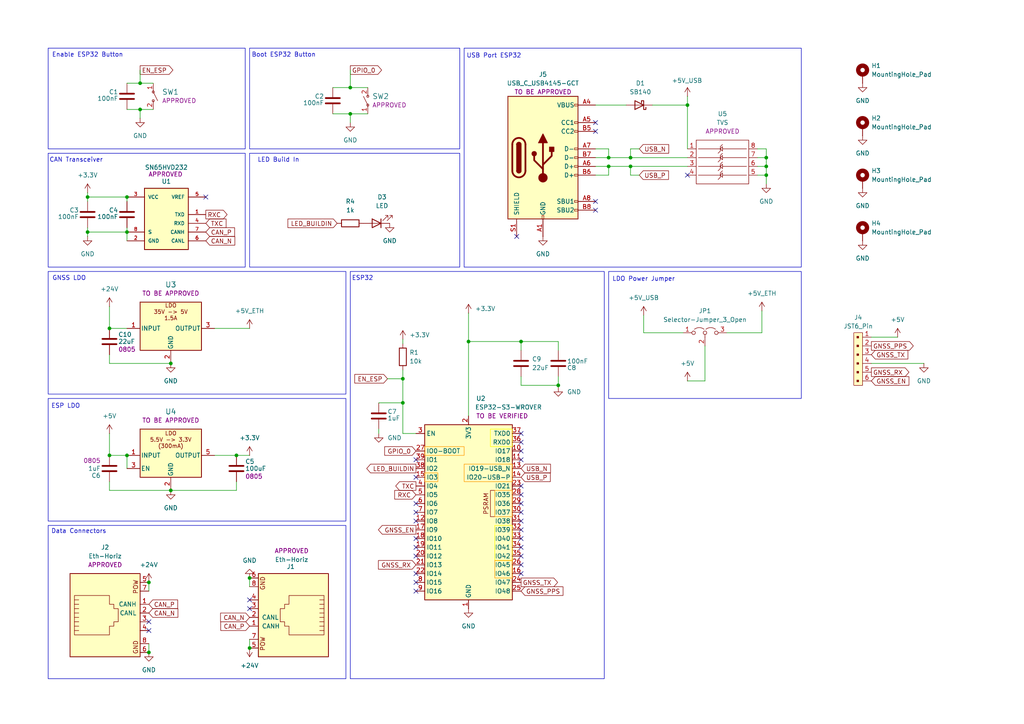
<source format=kicad_sch>
(kicad_sch (version 20231120) (generator "eeschema") (generator_version "8.0")
  (paper "A4")
  (lib_symbols
    (symbol "Diode:SB140" (pin_numbers hide) (pin_names (offset 1.016) hide)
      (property "Reference" "D" (at 0 2.54 0))
      (property "Value" "SB140" (at 0 -2.54 0))
      (symbol "SB140_1_1"
        (pin passive line (at -3.81 0 0) (length 2.54) (name "K") (number "1"))
        (pin passive line (at 3.81 0 180) (length 2.54) (name "A") (number "2"))
      )
    )
    (symbol "RoverLibrary:C-100nF" (pin_numbers hide) (pin_names (offset 0.254))
      (property "Reference" "C" (at -2.54 1.27 0))
      (property "Value" "100nF" (at -2.54 -0.635 0))
      (symbol "C-100nF_1_1"
        (pin passive line (at 0 3.81 270) (length 2.794) (name "~") (number "1"))
        (pin passive line (at 0 -3.81 90) (length 2.794) (name "~") (number "2"))
      )
    )
    (symbol "RoverLibrary:C-1uF" (pin_numbers hide) (pin_names (offset 0.254))
      (property "Reference" "C" (at -2.54 1.27 0))
      (property "Value" "1uF" (at -2.54 -0.635 0))
      (symbol "C-1uF_1_1"
        (pin passive line (at 0 3.81 270) (length 2.794) (name "~") (number "1"))
        (pin passive line (at 0 -3.81 90) (length 2.794) (name "~") (number "2"))
      )
    )
    (symbol "RoverLibrary:C-22uF" (pin_numbers hide) (pin_names (offset 0.254))
      (property "Reference" "C" (at 0.635 2.54 0))
      (property "Value" "22uF" (at 0.635 -2.54 0))
      (symbol "C-22uF_1_1"
        (pin passive line (at 0 3.81 270) (length 2.794) (name "~") (number "1"))
        (pin passive line (at 0 -3.81 90) (length 2.794) (name "~") (number "2"))
      )
    )
    (symbol "RoverLibrary:CAN-Transceiver-SN65HVD232" (pin_names (offset 1.016))
      (property "Reference" "U" (at 0 7.62 0))
      (property "Value" "SN65HVD232" (at 0 8.89 0))
      (property "STATUS" "APPROVED" (at -0.254 11.43 0))
      (symbol "CAN-Transceiver-SN65HVD232_0_0"
        (pin input line (at 11.43 -1.27 180) (length 5.08) (name "TXD") (number "1"))
        (pin power_in line (at -11.43 -8.89 0) (length 5.08) (name "GND") (number "2"))
        (pin power_in line (at -11.43 3.81 0) (length 5.08) (name "VCC") (number "3"))
        (pin output line (at 11.43 -3.81 180) (length 5.08) (name "RXD") (number "4"))
        (pin output line (at 11.43 3.81 180) (length 5.08) (name "VREF") (number "5"))
        (pin bidirectional line (at 11.43 -8.89 180) (length 5.08) (name "CANL") (number "6"))
        (pin bidirectional line (at 11.43 -6.35 180) (length 5.08) (name "CANH") (number "7"))
        (pin input line (at -11.43 -6.35 0) (length 5.08) (name "S") (number "8"))
      )
    )
    (symbol "RoverLibrary:CONN-JST-XH-B6B"
      (property "Reference" "J" (at 0 0 0))
      (property "Value" "JST6_Pin" (at 0.508 -18.542 0))
      (symbol "CONN-JST-XH-B6B_1_1"
        (pin passive line (at 3.175 -3.175 180) (length 2.54) (name "~") (number "1"))
        (pin passive line (at 3.175 -5.715 180) (length 2.54) (name "~") (number "2"))
        (pin passive line (at 3.175 -8.255 180) (length 2.54) (name "~") (number "3"))
        (pin passive line (at 3.175 -10.795 180) (length 2.54) (name "~") (number "4"))
        (pin passive line (at 3.175 -13.335 180) (length 2.54) (name "~") (number "5"))
        (pin passive line (at 3.175 -15.875 180) (length 2.54) (name "~") (number "6"))
      )
    )
    (symbol "RoverLibrary:C_0805" (pin_numbers hide) (pin_names (offset 0.254))
      (property "Reference" "C" (at 2.54 2.032 0))
      (property "Value" "~" (at 2.54 0 0))
      (property "Package" "0805" (at 2.54 -2.286 0))
      (symbol "C_0805_1_1"
        (pin passive line (at 0 3.81 270) (length 2.794) (name "~") (number "1"))
        (pin passive line (at 0 -3.81 90) (length 2.794) (name "~") (number "2"))
      )
    )
    (symbol "RoverLibrary:ESP32-S3-WROVER"
      (property "Reference" "U" (at -12.7 26.67 0))
      (property "Value" "ESP32-S3-WROVER" (at 12.7 26.67 0))
      (property "STATUS" "TO BE VERIFIED" (at -12.446 28.956 0))
      (symbol "ESP32-S3-WROVER_0_0"
        (text "PSRAM" (at 5.08 2.54 900) (effects (font (size 1.27 1.27))))
      )
      (symbol "ESP32-S3-WROVER_1_1"
        (pin power_in line (at 0 -27.94 90) (length 2.54) (name "GND") (number "1"))
        (pin bidirectional line (at 15.24 17.78 180) (length 2.54) (name "IO17") (number "10"))
        (pin bidirectional line (at 15.24 15.24 180) (length 2.54) (name "IO18") (number "11"))
        (pin bidirectional line (at -15.24 -2.54 0) (length 2.54) (name "IO8") (number "12"))
        (pin bidirectional line (at 15.24 12.7 180) (length 2.54) (name "IO19-USB_N") (number "13"))
        (pin bidirectional line (at 15.24 10.16 180) (length 2.54) (name "IO20-USB-P") (number "14"))
        (pin bidirectional line (at -15.24 10.16 0) (length 2.54) (name "IO3") (number "15"))
        (pin bidirectional line (at 15.24 -17.78 180) (length 2.54) (name "IO46") (number "16"))
        (pin bidirectional line (at -15.24 -5.08 0) (length 2.54) (name "IO9") (number "17"))
        (pin bidirectional line (at -15.24 -7.62 0) (length 2.54) (name "IO10") (number "18"))
        (pin bidirectional line (at -15.24 -10.16 0) (length 2.54) (name "IO11") (number "19"))
        (pin power_in line (at 0 27.94 270) (length 2.54) (name "3V3") (number "2"))
        (pin bidirectional line (at -15.24 -12.7 0) (length 2.54) (name "IO12") (number "20"))
        (pin bidirectional line (at -15.24 -15.24 0) (length 2.54) (name "IO13") (number "21"))
        (pin bidirectional line (at -15.24 -17.78 0) (length 2.54) (name "IO14") (number "22"))
        (pin bidirectional line (at 15.24 7.62 180) (length 2.54) (name "IO21") (number "23"))
        (pin bidirectional line (at 15.24 -20.32 180) (length 2.54) (name "IO47") (number "24"))
        (pin bidirectional line (at 15.24 -22.86 180) (length 2.54) (name "IO48") (number "25"))
        (pin bidirectional line (at 15.24 -15.24 180) (length 2.54) (name "IO45") (number "26"))
        (pin bidirectional line (at -15.24 17.78 0) (length 2.54) (name "IO0-BOOT") (number "27"))
        (pin bidirectional line (at 15.24 5.08 180) (length 2.54) (name "IO35") (number "28"))
        (pin bidirectional line (at 15.24 2.54 180) (length 2.54) (name "IO36") (number "29"))
        (pin input line (at -15.24 22.86 0) (length 2.54) (name "EN") (number "3"))
        (pin bidirectional line (at 15.24 0 180) (length 2.54) (name "IO37") (number "30"))
        (pin bidirectional line (at 15.24 -2.54 180) (length 2.54) (name "IO38") (number "31"))
        (pin bidirectional line (at 15.24 -5.08 180) (length 2.54) (name "IO39") (number "32"))
        (pin bidirectional line (at 15.24 -7.62 180) (length 2.54) (name "IO40") (number "33"))
        (pin bidirectional line (at 15.24 -10.16 180) (length 2.54) (name "IO41") (number "34"))
        (pin bidirectional line (at 15.24 -12.7 180) (length 2.54) (name "IO42") (number "35"))
        (pin bidirectional line (at 15.24 20.32 180) (length 2.54) (name "RXD0") (number "36"))
        (pin bidirectional line (at 15.24 22.86 180) (length 2.54) (name "TXD0") (number "37"))
        (pin bidirectional line (at -15.24 12.7 0) (length 2.54) (name "IO2") (number "38"))
        (pin bidirectional line (at -15.24 15.24 0) (length 2.54) (name "IO1") (number "39"))
        (pin bidirectional line (at -15.24 7.62 0) (length 2.54) (name "IO4") (number "4"))
        (pin passive line (at 0 -27.94 90) (length 2.54) hide (name "GND") (number "40"))
        (pin passive line (at 0 -27.94 90) (length 2.54) hide (name "GND") (number "41"))
        (pin bidirectional line (at -15.24 5.08 0) (length 2.54) (name "IO5") (number "5"))
        (pin bidirectional line (at -15.24 2.54 0) (length 2.54) (name "IO6") (number "6"))
        (pin bidirectional line (at -15.24 0 0) (length 2.54) (name "IO7") (number "7"))
        (pin bidirectional line (at -15.24 -20.32 0) (length 2.54) (name "IO15") (number "8"))
        (pin bidirectional line (at -15.24 -22.86 0) (length 2.54) (name "IO16") (number "9"))
      )
    )
    (symbol "RoverLibrary:Eth-Horiz-54601-908WPLF" (pin_names (offset 1.016))
      (property "Reference" "J" (at -5.08 13.97 0))
      (property "Value" "Eth-Horiz" (at 2.54 13.97 0))
      (property "STATUS" "APPROVED" (at -4.826 16.002 0))
      (symbol "Eth-Horiz-54601-908WPLF_1_1"
        (text "GND" (at 6.35 -8.636 900) (effects (font (size 1.27 1.27))))
        (text "POW" (at 6.35 8.89 900) (effects (font (size 1.27 1.27))))
        (pin passive line (at 10.16 3.81 180) (length 2.54) (name "CANH") (number "1"))
        (pin passive line (at 10.16 1.27 180) (length 2.54) (name "CANL") (number "2"))
        (pin passive line (at 10.16 -1.27 180) (length 2.54) (name "~") (number "3"))
        (pin passive line (at 10.16 -3.81 180) (length 2.54) (name "~") (number "4"))
        (pin passive line (at 10.16 10.16 180) (length 2.54) (name "~") (number "5"))
        (pin passive line (at 10.16 -10.16 180) (length 2.54) (name "~") (number "6"))
        (pin passive line (at 10.16 7.62 180) (length 2.54) (name "~") (number "7"))
        (pin passive line (at 10.16 -7.62 180) (length 2.54) (name "~") (number "8"))
      )
    )
    (symbol "RoverLibrary:LDO-LM7805MPX/NOPB" (pin_names (offset 0.254))
      (property "Reference" "U" (at 0 1.27 0))
      (property "STATUS" "TO BE APPROVED" (at 0 3.048 0))
      (symbol "LDO-LM7805MPX/NOPB_1_1"
        (text "LDO\n35V -> 5V\n1.5A\n" (at 0 -2.794 0) (effects (font (size 1.143 1.143))))
        (pin power_in line (at -12.7 -7.62 0) (length 3.81) (name "INPUT") (number "1"))
        (pin power_in line (at 0 -17.78 90) (length 3.81) (name "GND") (number "2"))
        (pin power_out line (at 12.7 -7.62 180) (length 3.81) (name "OUTPUT") (number "3"))
      )
    )
    (symbol "RoverLibrary:LDO-TLV74033PDBVR" (pin_names (offset 0.254))
      (property "Reference" "U" (at 0 1.27 0))
      (property "STATUS" "TO BE APPROVED" (at 0 3.048 0))
      (symbol "LDO-TLV74033PDBVR_1_1"
        (text "LDO\n5.5V -> 3.3V\n(300mA)" (at 0 -3.048 0) (effects (font (size 1.143 1.143))))
        (pin power_in line (at -12.7 -7.62 0) (length 3.81) (name "INPUT") (number "1"))
        (pin power_in line (at 0 -17.78 90) (length 3.81) (name "GND") (number "2"))
        (pin input line (at -12.7 -11.43 0) (length 3.81) (name "EN") (number "3"))
        (pin no_connect line (at 12.7 -11.43 180) (length 3.81) hide (name "NC") (number "4"))
        (pin power_out line (at 12.7 -7.62 180) (length 3.81) (name "OUTPUT") (number "5"))
      )
    )
    (symbol "RoverLibrary:LED" (pin_numbers hide) (pin_names (offset 1.016) hide)
      (property "Reference" "D" (at 0 2.54 0))
      (property "Value" "LED" (at 0 -2.54 0))
      (symbol "LED_1_1"
        (pin passive line (at -3.81 0 0) (length 2.54) (name "K") (number "1"))
        (pin passive line (at 3.81 0 180) (length 2.54) (name "A") (number "2"))
      )
    )
    (symbol "RoverLibrary:MountingHole_Pad" (pin_numbers hide) (pin_names (offset 1.016) hide) (exclude_from_sim yes) (in_bom no)
      (property "Reference" "H" (at 0 6.35 0))
      (property "Value" "MountingHole_Pad" (at 0 4.445 0))
      (symbol "MountingHole_Pad_1_1"
        (pin input line (at 0 -2.54 90) (length 2.54) (name "1") (number "1"))
      )
    )
    (symbol "RoverLibrary:PushButton-TS09-63-25-WT-160-SMT-TR" (pin_names (offset 0.254))
      (property "Reference" "SW" (at 0 3.81 0))
      (property "STATUS" "APPROVED" (at 0 0 0))
      (symbol "PushButton-TS09-63-25-WT-160-SMT-TR_1_1"
        (pin bidirectional line (at -3.81 0 0) (length 2.54) (name "") (number "1"))
        (pin bidirectional line (at 3.81 0 180) (length 2.54) (name "") (number "2"))
      )
    )
    (symbol "RoverLibrary:R-10k" (pin_numbers hide) (pin_names (offset 0))
      (property "Reference" "R" (at 2.032 0 90))
      (property "Value" "10k" (at 0 0 90))
      (symbol "R-10k_1_1"
        (pin passive line (at 0 3.81 270) (length 1.27) (name "~") (number "1"))
        (pin passive line (at 0 -3.81 90) (length 1.27) (name "~") (number "2"))
      )
    )
    (symbol "RoverLibrary:R-1k" (pin_numbers hide) (pin_names (offset 0))
      (property "Reference" "R" (at 2.032 0 90))
      (property "Value" "1k" (at 0 0 90))
      (symbol "R-1k_1_1"
        (pin passive line (at 0 3.81 270) (length 1.27) (name "~") (number "1"))
        (pin passive line (at 0 -3.81 90) (length 1.27) (name "~") (number "2"))
      )
    )
    (symbol "RoverLibrary:Selector-Jumper_3_Open" (pin_names (offset 0) hide) (exclude_from_sim yes) (in_bom no)
      (property "Reference" "JP" (at -2.54 -2.54 0))
      (property "Value" "Selector-Jumper_3_Open" (at 0 2.794 0))
      (symbol "Selector-Jumper_3_Open_1_1"
        (pin passive line (at -6.35 0 0) (length 2.54) (name "A") (number "1"))
        (pin passive line (at 0 -3.81 90) (length 2.54) (name "C") (number "2"))
        (pin passive line (at 6.35 0 180) (length 2.54) (name "B") (number "3"))
      )
    )
    (symbol "RoverLibrary:TVS-SMDB03CE3/TR7TR-ND"
      (property "Reference" "U" (at 0 1.27 0))
      (property "Value" "TVS" (at 0 0 0))
      (property "STATYS" "APPROVED" (at 0 2.794 0))
      (symbol "TVS-SMDB03CE3/TR7TR-ND_1_1"
        (pin passive line (at -10.16 -3.81 0) (length 2.54) (name "") (number "1"))
        (pin passive line (at -10.16 -6.35 0) (length 2.54) (name "") (number "2"))
        (pin passive line (at -10.16 -8.89 0) (length 2.54) (name "") (number "3"))
        (pin passive line (at -10.16 -11.43 0) (length 2.54) (name "") (number "4"))
        (pin passive line (at 10.16 -11.43 180) (length 2.54) (name "") (number "5"))
        (pin passive line (at 10.16 -8.89 180) (length 2.54) (name "") (number "6"))
        (pin passive line (at 10.16 -6.35 180) (length 2.54) (name "") (number "7"))
        (pin passive line (at 10.16 -3.81 180) (length 2.54) (name "") (number "8"))
      )
    )
    (symbol "RoverLibrary:USB_C_USB4145-03-C" (pin_names (offset 1.016))
      (property "Reference" "J" (at 0 22.225 0))
      (property "Value" "USB_C_USB4145-GCT" (at 0 19.685 0))
      (property "STATUS" "TO BE APPROVED" (at 0 24.13 0))
      (symbol "USB_C_USB4145-03-C_1_1"
        (pin power_out line (at 0 -22.86 90) (length 5.08) (name "GND") (number "A1"))
        (pin power_in line (at 0 -22.86 90) (length 5.08) hide (name "GND") (number "A12"))
        (pin power_out line (at 15.24 15.24 180) (length 5.08) (name "VBUS") (number "A4"))
        (pin bidirectional line (at 15.24 10.16 180) (length 5.08) (name "CC1") (number "A5"))
        (pin bidirectional line (at 15.24 -2.54 180) (length 5.08) (name "D+") (number "A6"))
        (pin bidirectional line (at 15.24 2.54 180) (length 5.08) (name "D-") (number "A7"))
        (pin bidirectional line (at 15.24 -12.7 180) (length 5.08) (name "SBU1") (number "A8"))
        (pin power_in line (at 15.24 15.24 180) (length 5.08) hide (name "VBUS") (number "A9"))
        (pin power_in line (at 0 -22.86 90) (length 5.08) hide (name "GND") (number "B1"))
        (pin power_in line (at 0 -22.86 90) (length 5.08) hide (name "GND") (number "B12"))
        (pin power_in line (at 15.24 15.24 180) (length 5.08) hide (name "VBUS") (number "B4"))
        (pin bidirectional line (at 15.24 7.62 180) (length 5.08) (name "CC2") (number "B5"))
        (pin bidirectional line (at 15.24 -5.08 180) (length 5.08) (name "D+") (number "B6"))
        (pin bidirectional line (at 15.24 0 180) (length 5.08) (name "D-") (number "B7"))
        (pin bidirectional line (at 15.24 -15.24 180) (length 5.08) (name "SBU2") (number "B8"))
        (pin power_in line (at 15.24 15.24 180) (length 5.08) hide (name "VBUS") (number "B9"))
        (pin power_in line (at -7.62 -22.86 90) (length 5.08) (name "SHIELD") (number "S1"))
      )
    )
    (symbol "power:+24V" (power) (pin_numbers hide) (pin_names (offset 0) hide)
      (property "Value" "+24V" (at 0 3.556 0))
      (symbol "+24V_1_1"
        (pin power_in line (at 0 0 90) (length 0) (name "~") (number "1"))
      )
    )
    (symbol "power:+3.3V" (power) (pin_numbers hide) (pin_names (offset 0) hide)
      (property "Value" "+3.3V" (at 0 3.556 0))
      (symbol "+3.3V_1_1"
        (pin power_in line (at 0 0 90) (length 0) (name "~") (number "1"))
      )
    )
    (symbol "power:+5V" (power) (pin_numbers hide) (pin_names (offset 0) hide)
      (property "Value" "+5V" (at 0 3.556 0))
      (symbol "+5V_1_1"
        (pin power_in line (at 0 0 90) (length 0) (name "~") (number "1"))
      )
    )
    (symbol "power:GND" (power) (pin_numbers hide) (pin_names (offset 0) hide)
      (property "Value" "GND" (at 0 -3.81 0))
      (symbol "GND_1_1"
        (pin power_in line (at 0 0 270) (length 0) (name "~") (number "1"))
      )
    )
  )
  (junction (at 36.83 57.15))
  (junction (at 151.13 99.06))
  (junction (at 40.64 24.13))
  (junction (at 222.25 50.8))
  (junction (at 43.18 189.23))
  (junction (at 222.25 45.72))
  (junction (at 49.53 142.24))
  (junction (at 31.75 95.25))
  (junction (at 182.88 48.26))
  (junction (at 176.53 45.72))
  (junction (at 36.83 67.31))
  (junction (at 72.39 187.96))
  (junction (at 176.53 48.26))
  (junction (at 116.84 116.84))
  (junction (at 101.6 25.4))
  (junction (at 68.58 132.08))
  (junction (at 199.39 30.48))
  (junction (at 135.89 99.06))
  (junction (at 101.6 33.02))
  (junction (at 43.18 168.91))
  (junction (at 40.64 31.75))
  (junction (at 31.75 132.08))
  (junction (at 36.83 132.08))
  (junction (at 25.4 67.31))
  (junction (at 182.88 45.72))
  (junction (at 161.925 111.76))
  (junction (at 222.25 48.26))
  (junction (at 25.4 57.15))
  (junction (at 116.84 109.855))
  (junction (at 49.53 105.41))
  (junction (at 72.39 167.64))
  (no_connect (at 151.13 148.59))
  (no_connect (at 172.72 38.1))
  (no_connect (at 120.65 161.29))
  (no_connect (at 72.39 173.99))
  (no_connect (at 120.65 146.05))
  (no_connect (at 120.65 138.43))
  (no_connect (at 151.13 166.37))
  (no_connect (at 151.13 163.83))
  (no_connect (at 151.13 140.97))
  (no_connect (at 120.65 151.13))
  (no_connect (at 151.13 133.35))
  (no_connect (at 59.69 57.15))
  (no_connect (at 120.65 156.21))
  (no_connect (at 120.65 171.45))
  (no_connect (at 149.86 68.58))
  (no_connect (at 120.65 168.91))
  (no_connect (at 120.65 148.59))
  (no_connect (at 43.18 180.34))
  (no_connect (at 72.39 176.53))
  (no_connect (at 120.65 158.75))
  (no_connect (at 151.13 156.21))
  (no_connect (at 172.72 58.42))
  (no_connect (at 151.13 130.81))
  (no_connect (at 172.72 60.96))
  (no_connect (at 43.18 182.88))
  (no_connect (at 151.13 153.67))
  (no_connect (at 199.39 50.8))
  (no_connect (at 151.13 125.73))
  (no_connect (at 120.65 133.35))
  (no_connect (at 151.13 146.05))
  (no_connect (at 151.13 128.27))
  (no_connect (at 172.72 35.56))
  (no_connect (at 151.13 151.13))
  (no_connect (at 151.13 143.51))
  (no_connect (at 120.65 166.37))
  (no_connect (at 151.13 158.75))
  (no_connect (at 151.13 161.29))
  (wire (pts (xy 182.88 48.26) (xy 199.39 48.26)))
  (wire (pts (xy 222.25 43.18) (xy 222.25 45.72)))
  (wire (pts (xy 62.23 132.08) (xy 68.58 132.08)))
  (wire (pts (xy 36.83 66.04) (xy 36.83 67.31)))
  (wire (pts (xy 172.72 48.26) (xy 176.53 48.26)))
  (wire (pts (xy 222.25 48.26) (xy 222.25 50.8)))
  (wire (pts (xy 36.83 31.75) (xy 40.64 31.75)))
  (wire (pts (xy 161.925 111.76) (xy 161.925 109.22)))
  (wire (pts (xy 219.71 48.26) (xy 222.25 48.26)))
  (wire (pts (xy 25.4 55.88) (xy 25.4 57.15)))
  (wire (pts (xy 219.71 50.8) (xy 222.25 50.8)))
  (wire (pts (xy 186.69 91.44) (xy 186.69 96.52)))
  (wire (pts (xy 182.88 45.72) (xy 199.39 45.72)))
  (wire (pts (xy 43.18 168.91) (xy 43.18 171.45)))
  (wire (pts (xy 25.4 66.04) (xy 25.4 67.31)))
  (wire (pts (xy 172.72 43.18) (xy 176.53 43.18)))
  (wire (pts (xy 182.88 43.18) (xy 185.42 43.18)))
  (wire (pts (xy 40.64 31.75) (xy 40.64 34.29)))
  (wire (pts (xy 72.39 185.42) (xy 72.39 187.96)))
  (wire (pts (xy 25.4 67.31) (xy 25.4 68.58)))
  (wire (pts (xy 109.855 116.84) (xy 116.84 116.84)))
  (wire (pts (xy 36.83 67.31) (xy 25.4 67.31)))
  (wire (pts (xy 176.53 48.26) (xy 182.88 48.26)))
  (wire (pts (xy 40.64 31.75) (xy 44.45 31.75)))
  (wire (pts (xy 182.88 50.8) (xy 185.42 50.8)))
  (wire (pts (xy 135.89 99.06) (xy 135.89 120.65)))
  (wire (pts (xy 116.84 125.73) (xy 120.65 125.73)))
  (wire (pts (xy 62.23 95.25) (xy 72.39 95.25)))
  (wire (pts (xy 96.52 33.02) (xy 101.6 33.02)))
  (wire (pts (xy 36.83 132.08) (xy 36.83 135.89)))
  (wire (pts (xy 68.58 132.08) (xy 72.39 132.08)))
  (wire (pts (xy 116.84 109.855) (xy 116.84 116.84)))
  (wire (pts (xy 210.82 96.52) (xy 220.98 96.52)))
  (wire (pts (xy 43.18 186.69) (xy 43.18 189.23)))
  (wire (pts (xy 172.72 30.48) (xy 181.61 30.48)))
  (wire (pts (xy 31.75 125.73) (xy 31.75 132.08)))
  (wire (pts (xy 199.39 110.49) (xy 204.47 110.49)))
  (wire (pts (xy 112.395 109.855) (xy 116.84 109.855)))
  (wire (pts (xy 222.25 50.8) (xy 222.25 53.34)))
  (wire (pts (xy 49.53 142.24) (xy 68.58 142.24)))
  (wire (pts (xy 31.75 95.25) (xy 36.83 95.25)))
  (wire (pts (xy 151.13 111.76) (xy 161.925 111.76)))
  (wire (pts (xy 31.75 142.24) (xy 49.53 142.24)))
  (wire (pts (xy 31.75 102.87) (xy 31.75 105.41)))
  (wire (pts (xy 161.925 99.06) (xy 161.925 101.6)))
  (wire (pts (xy 182.88 48.26) (xy 182.88 50.8)))
  (wire (pts (xy 96.52 25.4) (xy 101.6 25.4)))
  (wire (pts (xy 36.83 57.15) (xy 36.83 58.42)))
  (wire (pts (xy 189.23 30.48) (xy 199.39 30.48)))
  (wire (pts (xy 172.72 50.8) (xy 176.53 50.8)))
  (wire (pts (xy 151.13 101.6) (xy 151.13 99.06)))
  (wire (pts (xy 219.71 43.18) (xy 222.25 43.18)))
  (wire (pts (xy 176.53 48.26) (xy 176.53 50.8)))
  (wire (pts (xy 151.13 109.22) (xy 151.13 111.76)))
  (wire (pts (xy 72.39 167.64) (xy 72.39 170.18)))
  (wire (pts (xy 161.925 112.395) (xy 161.925 111.76)))
  (wire (pts (xy 199.39 30.48) (xy 199.39 43.18)))
  (wire (pts (xy 252.73 105.41) (xy 267.97 105.41)))
  (wire (pts (xy 40.64 24.13) (xy 44.45 24.13)))
  (wire (pts (xy 101.6 25.4) (xy 106.68 25.4)))
  (wire (pts (xy 135.89 99.06) (xy 151.13 99.06)))
  (wire (pts (xy 25.4 57.15) (xy 25.4 58.42)))
  (wire (pts (xy 116.84 116.84) (xy 116.84 125.73)))
  (wire (pts (xy 172.72 45.72) (xy 176.53 45.72)))
  (wire (pts (xy 151.13 99.06) (xy 161.925 99.06)))
  (wire (pts (xy 116.84 109.855) (xy 116.84 107.315)))
  (wire (pts (xy 31.75 132.08) (xy 36.83 132.08)))
  (wire (pts (xy 49.53 105.41) (xy 31.75 105.41)))
  (wire (pts (xy 101.6 33.02) (xy 106.68 33.02)))
  (wire (pts (xy 101.6 33.02) (xy 101.6 35.56)))
  (wire (pts (xy 36.83 67.31) (xy 36.83 69.85)))
  (wire (pts (xy 116.84 98.425) (xy 116.84 99.695)))
  (wire (pts (xy 186.69 96.52) (xy 198.12 96.52)))
  (wire (pts (xy 40.64 20.32) (xy 40.64 24.13)))
  (wire (pts (xy 135.89 90.805) (xy 135.89 99.06)))
  (wire (pts (xy 68.58 139.7) (xy 68.58 142.24)))
  (wire (pts (xy 109.855 124.46) (xy 109.855 125.73)))
  (wire (pts (xy 204.47 100.33) (xy 204.47 110.49)))
  (wire (pts (xy 31.75 88.9) (xy 31.75 95.25)))
  (wire (pts (xy 101.6 20.32) (xy 101.6 25.4)))
  (wire (pts (xy 176.53 45.72) (xy 182.88 45.72)))
  (wire (pts (xy 36.83 57.15) (xy 25.4 57.15)))
  (wire (pts (xy 219.71 45.72) (xy 222.25 45.72)))
  (wire (pts (xy 182.88 45.72) (xy 182.88 43.18)))
  (wire (pts (xy 31.75 139.7) (xy 31.75 142.24)))
  (wire (pts (xy 199.39 27.94) (xy 199.39 30.48)))
  (wire (pts (xy 36.83 24.13) (xy 40.64 24.13)))
  (wire (pts (xy 222.25 45.72) (xy 222.25 48.26)))
  (wire (pts (xy 252.73 97.79) (xy 260.35 97.79)))
  (wire (pts (xy 176.53 43.18) (xy 176.53 45.72)))
  (wire (pts (xy 220.98 90.17) (xy 220.98 96.52)))
  (rectangle (start 176.53 78.74) (end 232.41 115.57))
  (rectangle (start 13.97 44.45) (end 71.12 77.47))
  (rectangle (start 13.97 78.74) (end 100.33 114.3))
  (rectangle (start 101.6 78.74) (end 175.26 196.85))
  (rectangle (start 72.39 44.45) (end 133.35 77.47))
  (rectangle (start 40.64 31.75) (end 40.64 31.75))
  (rectangle (start 134.62 13.97) (end 232.41 77.47))
  (rectangle (start 13.97 13.97) (end 71.12 43.18))
  (rectangle (start 72.39 13.97) (end 133.35 43.18))
  (rectangle (start 13.97 152.4) (end 100.33 196.85))
  (rectangle (start 13.97 115.57) (end 100.33 151.13))
  (text "Enable ESP32 Button" (at 25.4 16.002 0) (effects (font (size 1.27 1.27))))
  (text "Data Connectors" (at 22.86 154.178 0) (effects (font (size 1.27 1.27))))
  (text "Boot ESP32 Button" (at 82.296 16.002 0) (effects (font (size 1.27 1.27))))
  (text "LED Build In" (at 80.772 46.482 0) (effects (font (size 1.27 1.27))))
  (text "ESP32" (at 105.156 80.772 0) (effects (font (size 1.27 1.27))))
  (text "CAN Transceiver" (at 22.098 46.482 0) (effects (font (size 1.27 1.27))))
  (text "ESP LDO" (at 19.05 117.856 0) (effects (font (size 1.27 1.27))))
  (text "GNSS LDO" (at 20.066 80.772 0) (effects (font (size 1.27 1.27))))
  (text "LDO Power Jumper" (at 186.69 81.026 0) (effects (font (size 1.27 1.27))))
  (text "USB Port ESP32" (at 143.256 16.256 0) (effects (font (size 1.27 1.27))))
  (global_label "GPIO_0" (shape output) (at 101.6 20.32 0) (property "Intersheetrefs" "${INTERSHEET_REFS}" (effects (hide yes))))
  (global_label "RXC" (shape input) (at 120.65 143.51 180) (property "Intersheetrefs" "${INTERSHEET_REFS}" (effects (hide yes))))
  (global_label "GNSS_RX" (shape input) (at 120.65 163.83 180) (property "Intersheetrefs" "${INTERSHEET_REFS}" (effects (hide yes))))
  (global_label "GNSS_EN" (shape output) (at 120.65 153.67 180) (property "Intersheetrefs" "${INTERSHEET_REFS}" (effects (hide yes))))
  (global_label "CAN_P" (shape input) (at 43.18 175.26 0) (property "Intersheetrefs" "${INTERSHEET_REFS}" (effects (hide yes))))
  (global_label "EN_ESP" (shape output) (at 40.64 20.32 0) (property "Intersheetrefs" "${INTERSHEET_REFS}" (effects (hide yes))))
  (global_label "USB_N" (shape input) (at 185.42 43.18 0) (property "Intersheetrefs" "${INTERSHEET_REFS}" (effects (hide yes))))
  (global_label "GNSS_EN" (shape input) (at 252.73 110.49 0) (property "Intersheetrefs" "${INTERSHEET_REFS}" (effects (hide yes))))
  (global_label "GNSS_RX" (shape output) (at 252.73 107.95 0) (property "Intersheetrefs" "${INTERSHEET_REFS}" (effects (hide yes))))
  (global_label "TXC" (shape input) (at 59.69 64.77 0) (property "Intersheetrefs" "${INTERSHEET_REFS}" (effects (hide yes))))
  (global_label "USB_N" (shape input) (at 151.13 135.89 0) (property "Intersheetrefs" "${INTERSHEET_REFS}" (effects (hide yes))))
  (global_label "TXC" (shape output) (at 120.65 140.97 180) (property "Intersheetrefs" "${INTERSHEET_REFS}" (effects (hide yes))))
  (global_label "EN_ESP" (shape input) (at 112.395 109.855 180) (property "Intersheetrefs" "${INTERSHEET_REFS}" (effects (hide yes))))
  (global_label "RXC" (shape output) (at 59.69 62.23 0) (property "Intersheetrefs" "${INTERSHEET_REFS}" (effects (hide yes))))
  (global_label "USB_P" (shape input) (at 185.42 50.8 0) (property "Intersheetrefs" "${INTERSHEET_REFS}" (effects (hide yes))))
  (global_label "CAN_P" (shape input) (at 59.69 67.31 0) (property "Intersheetrefs" "${INTERSHEET_REFS}" (effects (hide yes))))
  (global_label "LED_BUILDIN" (shape output) (at 120.65 135.89 180) (property "Intersheetrefs" "${INTERSHEET_REFS}" (effects (hide yes))))
  (global_label "GNSS_TX" (shape output) (at 151.13 168.91 0) (property "Intersheetrefs" "${INTERSHEET_REFS}" (effects (hide yes))))
  (global_label "GNSS_TX" (shape input) (at 252.73 102.87 0) (property "Intersheetrefs" "${INTERSHEET_REFS}" (effects (hide yes))))
  (global_label "LED_BUILDIN" (shape input) (at 97.79 64.77 180) (property "Intersheetrefs" "${INTERSHEET_REFS}" (effects (hide yes))))
  (global_label "CAN_N" (shape input) (at 72.39 179.07 180) (property "Intersheetrefs" "${INTERSHEET_REFS}" (effects (hide yes))))
  (global_label "CAN_P" (shape input) (at 72.39 181.61 180) (property "Intersheetrefs" "${INTERSHEET_REFS}" (effects (hide yes))))
  (global_label "USB_P" (shape input) (at 151.13 138.43 0) (property "Intersheetrefs" "${INTERSHEET_REFS}" (effects (hide yes))))
  (global_label "GNSS_PPS" (shape input) (at 151.13 171.45 0) (property "Intersheetrefs" "${INTERSHEET_REFS}" (effects (hide yes))))
  (global_label "GPIO_0" (shape input) (at 120.65 130.81 180) (property "Intersheetrefs" "${INTERSHEET_REFS}" (effects (hide yes))))
  (global_label "GNSS_PPS" (shape output) (at 252.73 100.33 0) (property "Intersheetrefs" "${INTERSHEET_REFS}" (effects (hide yes))))
  (global_label "CAN_N" (shape input) (at 59.69 69.85 0) (property "Intersheetrefs" "${INTERSHEET_REFS}" (effects (hide yes))))
  (global_label "CAN_N" (shape input) (at 43.18 177.8 0) (property "Intersheetrefs" "${INTERSHEET_REFS}" (effects (hide yes))))
  (symbol (lib_id "RoverLibrary:TVS-SMDB03CE3/TR7TR-ND") (at 209.55 39.37 0) (unit 1)
    (property "Reference" "U5" (at 209.55 33.02 0))
    (property "Value" "TVS" (at 209.55 35.56 0))
    (property "Footprint" "Package_SO:SOIC-8_3.9x4.9mm_P1.27mm" (effects (hide yes)))
    (property "STATYS" "APPROVED" (at 209.55 38.1 0))
  )
  (symbol (lib_id "RoverLibrary:C-100nF") (at 161.925 105.41 180) (unit 1)
    (property "Reference" "C8" (at 164.465 106.68 0) (effects (justify right)))
    (property "Value" "100nF" (at 164.465 104.775 0) (effects (justify right)))
    (property "Footprint" "Capacitor_SMD:C_0805_2012Metric_Pad1.18x1.45mm_HandSolder" (effects (hide yes)))
    (property "Description" "Unpolarized capacitor" (effects (hide yes)))
  )
  (symbol (lib_id "power:GND") (at 72.39 167.64 180) (unit 1)
    (property "Reference" "#PWR023" (effects (hide yes)))
    (property "Value" "GND" (at 72.39 162.56 0))
    (property "Description" "Power symbol creates a global label with name \"GND\" , ground" (effects (hide yes)))
  )
  (symbol (lib_id "RoverLibrary:Eth-Horiz-54601-908WPLF") (at 82.55 177.8 180) (unit 1)
    (property "Reference" "J1" (at 84.328 164.338 0))
    (property "Value" "Eth-Horiz" (at 84.582 162.306 0))
    (property "Footprint" "RoverFootprint:Ethernet_Horizontal" (effects (hide yes)))
    (property "Description" "RJ connector, 8P8C (8 positions 8 connected), RJ31/RJ32/RJ33/RJ34/RJ35/RJ41/RJ45/RJ49/RJ61" (effects (hide yes)))
    (property "STATUS" "APPROVED" (at 84.582 159.766 0))
  )
  (symbol (lib_id "power:GND") (at 161.925 112.395 0) (unit 1)
    (property "Reference" "#PWR016" (effects (hide yes)))
    (property "Value" "GND" (at 164.465 113.6649 0) (effects (justify left)))
    (property "Description" "Power symbol creates a global label with name \"GND\" , ground" (effects (hide yes)))
  )
  (symbol (lib_id "power:GND") (at 250.19 69.85 0) (unit 1)
    (property "Reference" "#PWR010" (effects (hide yes)))
    (property "Value" "GND" (at 250.19 74.93 0))
    (property "Description" "Power symbol creates a global label with name \"GND\" , ground" (effects (hide yes)))
  )
  (symbol (lib_id "power:+3.3V") (at 135.89 90.805 0) (unit 1)
    (property "Reference" "#PWR02" (effects (hide yes)))
    (property "Value" "+3.3V" (at 137.795 89.5349 0) (effects (justify left)))
    (property "Description" "Power symbol creates a global label with name \"+3.3V\"" (effects (hide yes)))
  )
  (symbol (lib_id "power:+3.3V") (at 25.4 55.88 0) (unit 1)
    (property "Reference" "#PWR06" (effects (hide yes)))
    (property "Value" "+3.3V" (at 25.4 50.8 0))
    (property "Description" "Power symbol creates a global label with name \"+3.3V\"" (effects (hide yes)))
  )
  (symbol (lib_id "RoverLibrary:MountingHole_Pad") (at 250.19 52.07 0) (unit 1) (exclude_from_sim yes) (in_bom no)
    (property "Reference" "H3" (at 252.73 49.5299 0) (effects (justify left)))
    (property "Value" "MountingHole_Pad" (at 252.73 52.0699 0) (effects (justify left)))
    (property "Footprint" "MountingHole:MountingHole_3.2mm_M3_DIN965_Pad_TopBottom" (effects (hide yes)))
    (property "Description" "Mounting Hole with connection" (effects (hide yes)))
  )
  (symbol (lib_id "power:+24V") (at 31.75 88.9 0) (unit 1)
    (property "Reference" "#PWR033" (effects (hide yes)))
    (property "Value" "+24V" (at 31.75 83.82 0))
    (property "Description" "Power symbol creates a global label with name \"+24V\"" (effects (hide yes)))
  )
  (symbol (lib_id "power:GND") (at 40.64 34.29 0) (unit 1)
    (property "Reference" "#PWR03" (effects (hide yes)))
    (property "Value" "GND" (at 40.64 39.37 0))
    (property "Description" "Power symbol creates a global label with name \"GND\" , ground" (effects (hide yes)))
  )
  (symbol (lib_id "RoverLibrary:Selector-Jumper_3_Open") (at 204.47 96.52 0) (unit 1) (exclude_from_sim yes) (in_bom no)
    (property "Reference" "JP1" (at 204.47 90.17 0))
    (property "Value" "Selector-Jumper_3_Open" (at 204.47 92.71 0))
    (property "Footprint" "Connector_PinHeader_2.54mm:PinHeader_1x03_P2.54mm_Vertical" (effects (hide yes)))
    (property "Description" "Jumper, 3-pole, both open" (effects (hide yes)))
  )
  (symbol (lib_id "power:GND") (at 101.6 35.56 0) (unit 1)
    (property "Reference" "#PWR04" (effects (hide yes)))
    (property "Value" "GND" (at 101.6 40.64 0))
    (property "Description" "Power symbol creates a global label with name \"GND\" , ground" (effects (hide yes)))
  )
  (symbol (lib_id "power:GND") (at 222.25 53.34 0) (unit 1)
    (property "Reference" "#PWR027" (effects (hide yes)))
    (property "Value" "GND" (at 222.25 58.42 0))
    (property "Description" "Power symbol creates a global label with name \"GND\" , ground" (effects (hide yes)))
  )
  (symbol (lib_id "RoverLibrary:C_0805") (at 31.75 135.89 180) (unit 1)
    (property "Reference" "C6" (at 29.21 137.922 0) (effects (justify left)))
    (property "Value" "1uF" (at 29.21 135.89 0) (effects (justify left)))
    (property "Footprint" "Capacitor_SMD:C_0805_2012Metric_Pad1.18x1.45mm_HandSolder" (effects (hide yes)))
    (property "Description" "Unpolarized capacitor" (effects (hide yes)))
    (property "Package" "0805" (at 29.21 133.604 0) (effects (justify left)))
  )
  (symbol (lib_id "power:GND") (at 135.89 176.53 0) (unit 1)
    (property "Reference" "#PWR017" (effects (hide yes)))
    (property "Value" "GND" (at 135.89 181.61 0))
    (property "Description" "Power symbol creates a global label with name \"GND\" , ground" (effects (hide yes)))
  )
  (symbol (lib_id "power:GND") (at 25.4 68.58 0) (unit 1)
    (property "Reference" "#PWR05" (effects (hide yes)))
    (property "Value" "GND" (at 25.4 73.66 0))
    (property "Description" "Power symbol creates a global label with name \"GND\" , ground" (effects (hide yes)))
  )
  (symbol (lib_id "RoverLibrary:C-100nF") (at 36.83 27.94 0) (unit 1)
    (property "Reference" "C1" (at 34.29 26.67 0) (effects (justify right)))
    (property "Value" "100nF" (at 34.29 28.575 0) (effects (justify right)))
    (property "Footprint" "Capacitor_SMD:C_0805_2012Metric_Pad1.18x1.45mm_HandSolder" (effects (hide yes)))
    (property "Description" "Unpolarized capacitor" (effects (hide yes)))
  )
  (symbol (lib_id "power:+5V") (at 199.39 27.94 0) (unit 1)
    (property "Reference" "#PWR09" (effects (hide yes)))
    (property "Value" "+5V_USB" (at 194.818 23.368 0) (effects (justify left)))
    (property "Description" "Power symbol creates a global label with name \"+5V\"" (effects (hide yes)))
  )
  (symbol (lib_id "power:GND") (at 109.855 125.73 0) (unit 1)
    (property "Reference" "#PWR020" (effects (hide yes)))
    (property "Value" "GND" (at 112.395 126.9999 0) (effects (justify left)))
    (property "Description" "Power symbol creates a global label with name \"GND\" , ground" (effects (hide yes)))
  )
  (symbol (lib_id "RoverLibrary:LDO-TLV74033PDBVR") (at 49.53 124.46 0) (unit 1)
    (property "Reference" "U4" (at 49.53 119.38 0) (effects (font (size 1.524 1.524))))
    (property "Value" "LDO-TLV74033PDBVR" (effects (hide yes)))
    (property "Footprint" "Package_TO_SOT_SMD:SOT-23-5_HandSoldering" (effects (hide yes)))
    (property "Datasheet" "https://mm.digikey.com/Volume0/opasdata/d220001/medias/docus/5334/TLV740P_DS.pdf" (effects (hide yes)))
    (property "Description" "LDO Fixed output 3.3V. Input range: 3.7V-5.5V. 300mA" (effects (hide yes)))
    (property "STATUS" "TO BE APPROVED" (at 49.53 121.92 0))
    (property "Digikey" "https://www.digikey.ca/en/products/detail/texas-instruments/TLV74033PDBVR/12642183" (effects (hide yes)))
  )
  (symbol (lib_id "power:+5V") (at 220.98 90.17 0) (unit 1)
    (property "Reference" "#PWR029" (effects (hide yes)))
    (property "Value" "+5V_ETH" (at 220.98 85.09 0))
    (property "Description" "Power symbol creates a global label with name \"+5V\"" (effects (hide yes)))
  )
  (symbol (lib_id "RoverLibrary:Eth-Horiz-54601-908WPLF") (at 33.02 179.07 0) (unit 1)
    (property "Reference" "J2" (at 30.48 158.75 0))
    (property "Value" "Eth-Horiz" (at 30.48 161.29 0))
    (property "Footprint" "RoverFootprint:Ethernet_Horizontal" (effects (hide yes)))
    (property "Description" "RJ connector, 8P8C (8 positions 8 connected), RJ31/RJ32/RJ33/RJ34/RJ35/RJ41/RJ45/RJ49/RJ61" (effects (hide yes)))
    (property "STATUS" "APPROVED" (at 30.48 163.83 0))
  )
  (symbol (lib_id "RoverLibrary:PushButton-TS09-63-25-WT-160-SMT-TR") (at 106.68 29.21 90) (unit 1)
    (property "Reference" "SW2" (at 107.95 27.9399 90) (effects (font (size 1.524 1.524)) (justify right)))
    (property "Value" "TS09-63-25-WT-160-SMT-TR" (effects (hide yes)))
    (property "Footprint" "Button_Switch_SMD:SW_DIP_SPSTx01_Slide_6.7x4.1mm_W8.61mm_P2.54mm_LowProfile" (effects (hide yes)))
    (property "Datasheet" "TS09-63-25-WT-160-SMT-TR" (effects (hide yes)))
    (property "Description" "SMD Push button" (effects (hide yes)))
    (property "Digikey" "https://www.digikey.ca/en/products/detail/same-sky-formerly-cui-devices/TS09-63-25-WT-160-SMT-TR/15839066?s=N4IgTCBcDaICoGUAMBOAtANgMxrAVjQHU40BGDJNBAWRLgCUQBdAXyA" (effects (hide yes)))
    (property "STATUS" "APPROVED" (at 107.95 30.4799 90) (effects (justify right)))
  )
  (symbol (lib_id "RoverLibrary:ESP32-S3-WROVER") (at 135.89 148.59 0) (unit 1)
    (property "Reference" "U2" (at 138.0841 115.57 0) (effects (justify left)))
    (property "Value" "ESP32-S3-WROVER" (at 137.795 118.11 0) (effects (justify left)))
    (property "Footprint" "RF_Module:ESP32-S3-WROOM-1U" (effects (hide yes)))
    (property "Datasheet" "https://www.espressif.com/sites/default/files/documentation/esp32-s3-wroom-1_wroom-1u_datasheet_en.pdf" (effects (hide yes)))
    (property "Description" "RF Module, ESP32-S3 SoC, Wi-Fi 802.11b/g/n, Bluetooth, BLE, 32-bit, 3.3V, onboard antenna, SMD" (effects (hide yes)))
    (property "Digikey Link" "https://www.digikey.ca/en/products/detail/espressif-systems/ESP32-S3-WROOM-1U-N8/16162635" (effects (hide yes)))
    (property "STATUS" "TO BE VERIFIED" (at 138.0841 120.65 0) (effects (justify left)))
  )
  (symbol (lib_id "RoverLibrary:MountingHole_Pad") (at 250.19 21.59 0) (unit 1) (exclude_from_sim yes) (in_bom no)
    (property "Reference" "H1" (at 252.73 19.0499 0) (effects (justify left)))
    (property "Value" "MountingHole_Pad" (at 252.73 21.5899 0) (effects (justify left)))
    (property "Footprint" "MountingHole:MountingHole_3.2mm_M3_DIN965_Pad_TopBottom" (effects (hide yes)))
    (property "Description" "Mounting Hole with connection" (effects (hide yes)))
  )
  (symbol (lib_id "RoverLibrary:C-1uF") (at 109.855 120.65 0) (mirror y) (unit 1)
    (property "Reference" "C7" (at 112.395 119.38 0) (effects (justify right)))
    (property "Value" "1uF" (at 112.395 121.285 0) (effects (justify right)))
    (property "Footprint" "Capacitor_SMD:C_0805_2012Metric_Pad1.18x1.45mm_HandSolder" (effects (hide yes)))
    (property "Description" "Unpolarized capacitor" (effects (hide yes)))
  )
  (symbol (lib_id "power:GND") (at 250.19 39.37 0) (unit 1)
    (property "Reference" "#PWR031" (effects (hide yes)))
    (property "Value" "GND" (at 250.19 44.45 0))
    (property "Description" "Power symbol creates a global label with name \"GND\" , ground" (effects (hide yes)))
  )
  (symbol (lib_id "RoverLibrary:MountingHole_Pad") (at 250.19 67.31 0) (unit 1) (exclude_from_sim yes) (in_bom no)
    (property "Reference" "H4" (at 252.73 64.7699 0) (effects (justify left)))
    (property "Value" "MountingHole_Pad" (at 252.73 67.3099 0) (effects (justify left)))
    (property "Footprint" "MountingHole:MountingHole_3.2mm_M3_DIN965_Pad_TopBottom" (effects (hide yes)))
    (property "Description" "Mounting Hole with connection" (effects (hide yes)))
  )
  (symbol (lib_id "power:GND") (at 113.03 64.77 0) (unit 1)
    (property "Reference" "#PWR022" (effects (hide yes)))
    (property "Value" "GND" (at 113.03 69.85 0))
    (property "Description" "Power symbol creates a global label with name \"GND\" , ground" (effects (hide yes)))
  )
  (symbol (lib_id "RoverLibrary:C-100nF") (at 36.83 62.23 0) (unit 1)
    (property "Reference" "C4" (at 34.29 60.96 0) (effects (justify right)))
    (property "Value" "100nF" (at 34.29 62.865 0) (effects (justify right)))
    (property "Footprint" "Capacitor_SMD:C_0805_2012Metric_Pad1.18x1.45mm_HandSolder" (effects (hide yes)))
    (property "Description" "Unpolarized capacitor" (effects (hide yes)))
  )
  (symbol (lib_id "RoverLibrary:C-100nF") (at 96.52 29.21 0) (unit 1)
    (property "Reference" "C2" (at 93.98 27.94 0) (effects (justify right)))
    (property "Value" "100nF" (at 93.98 29.845 0) (effects (justify right)))
    (property "Footprint" "Capacitor_SMD:C_0805_2012Metric_Pad1.18x1.45mm_HandSolder" (effects (hide yes)))
    (property "Description" "Unpolarized capacitor" (effects (hide yes)))
  )
  (symbol (lib_id "power:GND") (at 267.97 105.41 0) (unit 1)
    (property "Reference" "#PWR014" (effects (hide yes)))
    (property "Value" "GND" (at 267.97 110.49 0))
    (property "Description" "Power symbol creates a global label with name \"GND\" , ground" (effects (hide yes)))
  )
  (symbol (lib_id "RoverLibrary:USB_C_USB4145-03-C") (at 157.48 45.72 0) (unit 1)
    (property "Reference" "J5" (at 157.48 21.59 0))
    (property "Value" "USB_C_USB4145-GCT" (at 157.48 24.13 0))
    (property "Footprint" "RoverFootprint:USB4145_GCT" (effects (hide yes)))
    (property "Datasheet" "https://mm.digikey.com/Volume0/opasdata/d220001/medias/docus/5561/USB4145%20-%20Product%20Drawing.pdf" (effects (hide yes)))
    (property "Description" "USB 2.0-only 16P Type-C Receptacle connector, Vertical" (effects (hide yes)))
    (property "STATUS" "TO BE APPROVED" (at 157.48 26.67 0))
    (property "Digikey" "https://www.digikey.ca/en/products/detail/gct/USB4115-03-C/13557449?s=N4IgTCBcDaIKoGUBCAWAjGgrAWgAwGYQBdAXyA" (effects (hide yes)))
  )
  (symbol (lib_id "RoverLibrary:LDO-LM7805MPX/NOPB") (at 49.53 87.63 0) (unit 1)
    (property "Reference" "U3" (at 49.53 82.55 0) (effects (font (size 1.524 1.524))))
    (property "Value" "LDO-LM7805MPX/NOPB" (effects (hide yes)))
    (property "Footprint" "Package_TO_SOT_SMD:SOT-223-3_TabPin2" (effects (hide yes)))
    (property "Datasheet" "https://www.ti.com/lit/ds/symlink/lm7800.pdf" (effects (hide yes)))
    (property "Description" "7.5V-35V To 5V LDO. 1.5A" (effects (hide yes)))
    (property "STATUS" "TO BE APPROVED" (at 49.53 85.09 0))
  )
  (symbol (lib_id "power:GND") (at 157.48 68.58 0) (unit 1)
    (property "Reference" "#PWR028" (effects (hide yes)))
    (property "Value" "GND" (at 157.48 73.66 0))
    (property "Description" "Power symbol creates a global label with name \"GND\" , ground" (effects (hide yes)))
  )
  (symbol (lib_id "power:+5V") (at 186.69 91.44 0) (unit 1)
    (property "Reference" "#PWR013" (effects (hide yes)))
    (property "Value" "+5V_USB" (at 186.69 86.36 0))
    (property "Description" "Power symbol creates a global label with name \"+5V\"" (effects (hide yes)))
  )
  (symbol (lib_id "power:GND") (at 43.18 189.23 0) (unit 1)
    (property "Reference" "#PWR01" (effects (hide yes)))
    (property "Value" "GND" (at 43.18 194.31 0))
    (property "Description" "Power symbol creates a global label with name \"GND\" , ground" (effects (hide yes)))
  )
  (symbol (lib_id "power:GND") (at 250.19 54.61 0) (unit 1)
    (property "Reference" "#PWR032" (effects (hide yes)))
    (property "Value" "GND" (at 250.19 59.69 0))
    (property "Description" "Power symbol creates a global label with name \"GND\" , ground" (effects (hide yes)))
  )
  (symbol (lib_id "RoverLibrary:LED") (at 109.22 64.77 180) (unit 1)
    (property "Reference" "D3" (at 110.8075 57.15 0))
    (property "Value" "LED" (at 110.8075 59.69 0))
    (property "Footprint" "LED_SMD:LED_0805_2012Metric_Pad1.15x1.40mm_HandSolder" (effects (hide yes)))
    (property "Description" "Light emitting diode" (effects (hide yes)))
  )
  (symbol (lib_id "power:+5V") (at 72.39 95.25 0) (unit 1)
    (property "Reference" "#PWR035" (effects (hide yes)))
    (property "Value" "+5V_ETH" (at 72.39 90.17 0))
    (property "Description" "Power symbol creates a global label with name \"+5V\"" (effects (hide yes)))
  )
  (symbol (lib_id "RoverLibrary:C_0805") (at 31.75 99.06 0) (unit 1)
    (property "Reference" "C10" (at 34.29 97.028 0) (effects (justify left)))
    (property "Value" "22uF" (at 34.29 99.06 0) (effects (justify left)))
    (property "Footprint" "Capacitor_SMD:C_0805_2012Metric_Pad1.18x1.45mm_HandSolder" (effects (hide yes)))
    (property "Description" "Unpolarized capacitor" (effects (hide yes)))
    (property "Package" "0805" (at 34.29 101.346 0) (effects (justify left)))
  )
  (symbol (lib_id "power:+3.3V") (at 116.84 98.425 0) (unit 1)
    (property "Reference" "#PWR019" (effects (hide yes)))
    (property "Value" "+3.3V" (at 118.745 97.1549 0) (effects (justify left)))
    (property "Description" "Power symbol creates a global label with name \"+3.3V\"" (effects (hide yes)))
  )
  (symbol (lib_id "power:+3.3V") (at 72.39 132.08 0) (unit 1)
    (property "Reference" "#PWR012" (effects (hide yes)))
    (property "Value" "+3.3V" (at 72.39 127 0))
    (property "Description" "Power symbol creates a global label with name \"+3.3V\"" (effects (hide yes)))
  )
  (symbol (lib_id "power:GND") (at 49.53 142.24 0) (unit 1)
    (property "Reference" "#PWR011" (effects (hide yes)))
    (property "Value" "GND" (at 49.53 147.32 0))
    (property "Description" "Power symbol creates a global label with name \"GND\" , ground" (effects (hide yes)))
  )
  (symbol (lib_id "Diode:SB140") (at 185.42 30.48 180) (unit 1)
    (property "Reference" "D1" (at 185.7375 24.13 0))
    (property "Value" "SB140" (at 185.7375 26.67 0))
    (property "Footprint" "Diode_THT:D_DO-41_SOD81_P10.16mm_Horizontal" (effects (hide yes)))
    (property "Datasheet" "http://www.diodes.com/_files/datasheets/ds23022.pdf" (effects (hide yes)))
    (property "Description" "40V 1A Schottky Barrier Rectifier Diode, DO-41" (effects (hide yes)))
  )
  (symbol (lib_id "power:GND") (at 250.19 24.13 0) (unit 1)
    (property "Reference" "#PWR030" (effects (hide yes)))
    (property "Value" "GND" (at 250.19 29.21 0))
    (property "Description" "Power symbol creates a global label with name \"GND\" , ground" (effects (hide yes)))
  )
  (symbol (lib_id "power:GND") (at 49.53 105.41 0) (unit 1)
    (property "Reference" "#PWR07" (effects (hide yes)))
    (property "Value" "GND" (at 49.53 110.49 0))
    (property "Description" "Power symbol creates a global label with name \"GND\" , ground" (effects (hide yes)))
  )
  (symbol (lib_id "RoverLibrary:C_0805") (at 68.58 135.89 0) (unit 1)
    (property "Reference" "C5" (at 71.12 133.858 0) (effects (justify left)))
    (property "Value" "100uF" (at 71.12 135.89 0) (effects (justify left)))
    (property "Footprint" "Capacitor_SMD:C_0805_2012Metric_Pad1.18x1.45mm_HandSolder" (effects (hide yes)))
    (property "Description" "Unpolarized capacitor" (effects (hide yes)))
    (property "Package" "0805" (at 71.12 138.176 0) (effects (justify left)))
  )
  (symbol (lib_id "power:+5V") (at 199.39 110.49 0) (unit 1)
    (property "Reference" "#PWR08" (effects (hide yes)))
    (property "Value" "+5V" (at 199.39 105.41 0))
    (property "Description" "Power symbol creates a global label with name \"+5V\"" (effects (hide yes)))
  )
  (symbol (lib_id "RoverLibrary:MountingHole_Pad") (at 250.19 36.83 0) (unit 1) (exclude_from_sim yes) (in_bom no)
    (property "Reference" "H2" (at 252.73 34.2899 0) (effects (justify left)))
    (property "Value" "MountingHole_Pad" (at 252.73 36.8299 0) (effects (justify left)))
    (property "Footprint" "MountingHole:MountingHole_3.2mm_M3_DIN965_Pad_TopBottom" (effects (hide yes)))
    (property "Description" "Mounting Hole with connection" (effects (hide yes)))
  )
  (symbol (lib_id "power:+5V") (at 260.35 97.79 0) (unit 1)
    (property "Reference" "#PWR034" (effects (hide yes)))
    (property "Value" "+5V" (at 260.35 92.71 0))
    (property "Description" "Power symbol creates a global label with name \"+5V\"" (effects (hide yes)))
  )
  (symbol (lib_id "power:+5V") (at 31.75 125.73 0) (unit 1)
    (property "Reference" "#PWR018" (effects (hide yes)))
    (property "Value" "+5V" (at 31.75 120.65 0))
    (property "Description" "Power symbol creates a global label with name \"+5V\"" (effects (hide yes)))
  )
  (symbol (lib_id "RoverLibrary:R-1k") (at 101.6 64.77 90) (unit 1)
    (property "Reference" "R4" (at 101.6 58.42 90))
    (property "Value" "1k" (at 101.6 60.96 90))
    (property "Footprint" "Resistor_SMD:R_0805_2012Metric_Pad1.20x1.40mm_HandSolder" (effects (hide yes)))
    (property "Description" "Resistor" (effects (hide yes)))
  )
  (symbol (lib_id "power:+24V") (at 72.39 187.96 180) (unit 1)
    (property "Reference" "#PWR025" (effects (hide yes)))
    (property "Value" "+24V" (at 72.39 193.04 0))
    (property "Description" "Power symbol creates a global label with name \"+24V\"" (effects (hide yes)))
  )
  (symbol (lib_id "RoverLibrary:R-10k") (at 116.84 103.505 0) (unit 1)
    (property "Reference" "R1" (at 118.745 102.2349 0) (effects (justify left)))
    (property "Value" "10k" (at 118.745 104.7749 0) (effects (justify left)))
    (property "Footprint" "Resistor_SMD:R_0805_2012Metric_Pad1.20x1.40mm_HandSolder" (effects (hide yes)))
    (property "Description" "Resistor" (effects (hide yes)))
  )
  (symbol (lib_id "RoverLibrary:CAN-Transceiver-SN65HVD232") (at 48.26 60.96 0) (unit 1)
    (property "Reference" "U1" (at 48.26 53.34 0) (effects (justify bottom)))
    (property "Value" "SN65HVD232" (at 48.26 49.276 0) (effects (justify bottom)))
    (property "Footprint" "Package_SO:SOIC-8_3.9x4.9mm_P1.27mm" (effects (hide yes)))
    (property "Datasheet" "https://www.ti.com/lit/ds/symlink/sn65hvd230.pdf?ts=1730319703644&ref_url=https%253A%252F%252Fwww.ti.com%252Fproduct%252FSN65HVD230" (effects (hide yes)))
    (property "Description" "CAN Transceiver" (effects (hide yes)))
    (property "PARTREV" "4" (effects (hide yes)))
    (property "STANDARD" "IPC 7351B" (effects (hide yes)))
    (property "MAXIMUM_PACKAGE_HEIGHT" "1.75 mm" (effects (hide yes)))
    (property "MANUFACTURER" "NXP USA" (effects (hide yes)))
    (property "STATUS" "APPROVED" (at 48.006 50.546 0))
  )
  (symbol (lib_id "RoverLibrary:CONN-JST-XH-B6B") (at 249.555 94.615 0) (unit 1)
    (property "Reference" "J4" (at 248.92 92.075 0))
    (property "Value" "JST6_Pin" (at 248.92 94.615 0))
    (property "Footprint" "Connector_JST:JST_XH_B6B-XH-AM_1x06_P2.50mm_Vertical" (effects (hide yes)))
  )
  (symbol (lib_id "power:+24V") (at 43.18 168.91 0) (unit 1)
    (property "Reference" "#PWR015" (effects (hide yes)))
    (property "Value" "+24V" (at 43.18 163.83 0))
    (property "Description" "Power symbol creates a global label with name \"+24V\"" (effects (hide yes)))
  )
  (symbol (lib_id "RoverLibrary:C-22uF") (at 151.13 105.41 0) (unit 1)
    (property "Reference" "C9" (at 154.305 104.1399 0) (effects (justify left)))
    (property "Value" "22uF" (at 154.305 106.6799 0) (effects (justify left)))
    (property "Footprint" "Capacitor_SMD:C_0805_2012Metric_Pad1.18x1.45mm_HandSolder" (effects (hide yes)))
    (property "Description" "Unpolarized capacitor" (effects (hide yes)))
  )
  (symbol (lib_id "RoverLibrary:C-100nF") (at 25.4 62.23 0) (unit 1)
    (property "Reference" "C3" (at 22.86 60.96 0) (effects (justify right)))
    (property "Value" "100nF" (at 22.86 62.865 0) (effects (justify right)))
    (property "Footprint" "Capacitor_SMD:C_0805_2012Metric_Pad1.18x1.45mm_HandSolder" (effects (hide yes)))
    (property "Description" "Unpolarized capacitor" (effects (hide yes)))
  )
  (symbol (lib_id "RoverLibrary:PushButton-TS09-63-25-WT-160-SMT-TR") (at 44.45 27.94 270) (unit 1)
    (property "Reference" "SW1" (at 46.99 26.6699 90) (effects (font (size 1.524 1.524)) (justify left)))
    (property "Value" "TS09-63-25-WT-160-SMT-TR" (effects (hide yes)))
    (property "Footprint" "Button_Switch_SMD:SW_DIP_SPSTx01_Slide_6.7x4.1mm_W8.61mm_P2.54mm_LowProfile" (effects (hide yes)))
    (property "Datasheet" "TS09-63-25-WT-160-SMT-TR" (effects (hide yes)))
    (property "Description" "SMD Push button" (effects (hide yes)))
    (property "Digikey" "https://www.digikey.ca/en/products/detail/same-sky-formerly-cui-devices/TS09-63-25-WT-160-SMT-TR/15839066?s=N4IgTCBcDaICoGUAMBOAtANgMxrAVjQHU40BGDJNBAWRLgCUQBdAXyA" (effects (hide yes)))
    (property "STATUS" "APPROVED" (at 46.99 29.2099 90) (effects (justify left)))
  )
)
</source>
